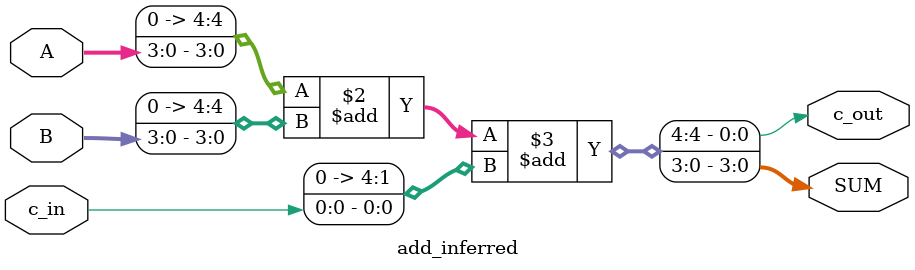
<source format=v>
`timescale 1ns / 1ps


module add_inferred(
input [3:0] A, B,
input c_in,
output reg [3:0] SUM,
output reg c_out
);
always @ (*)
        {c_out,SUM} <= {1'b0,A} + {1'b0,B} + {1'b0,c_in};
endmodule

</source>
